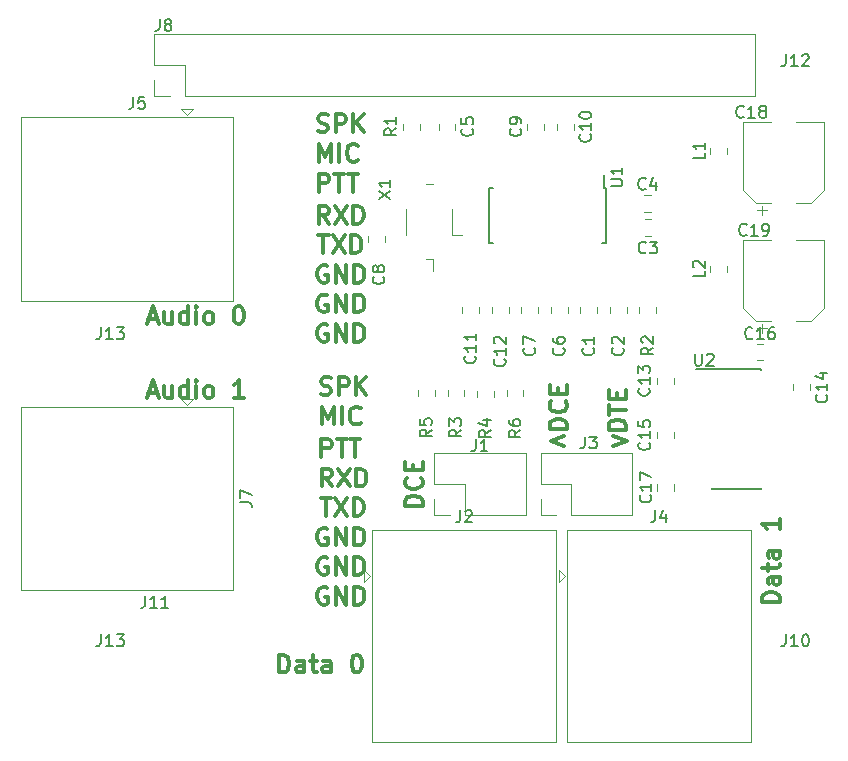
<source format=gbr>
G04 #@! TF.GenerationSoftware,KiCad,Pcbnew,(5.0.2)-1*
G04 #@! TF.CreationDate,2019-06-22T23:35:03-04:00*
G04 #@! TF.ProjectId,RPi-Ham,5250692d-4861-46d2-9e6b-696361645f70,rev?*
G04 #@! TF.SameCoordinates,Original*
G04 #@! TF.FileFunction,Legend,Top*
G04 #@! TF.FilePolarity,Positive*
%FSLAX46Y46*%
G04 Gerber Fmt 4.6, Leading zero omitted, Abs format (unit mm)*
G04 Created by KiCad (PCBNEW (5.0.2)-1) date 2019-06-22 23:35:03*
%MOMM*%
%LPD*%
G01*
G04 APERTURE LIST*
%ADD10C,0.300000*%
%ADD11C,0.120000*%
%ADD12C,0.150000*%
G04 APERTURE END LIST*
D10*
X107678571Y-78214285D02*
X106178571Y-78214285D01*
X106178571Y-77857142D01*
X106250000Y-77642857D01*
X106392857Y-77500000D01*
X106535714Y-77428571D01*
X106821428Y-77357142D01*
X107035714Y-77357142D01*
X107321428Y-77428571D01*
X107464285Y-77500000D01*
X107607142Y-77642857D01*
X107678571Y-77857142D01*
X107678571Y-78214285D01*
X107678571Y-76071428D02*
X106892857Y-76071428D01*
X106750000Y-76142857D01*
X106678571Y-76285714D01*
X106678571Y-76571428D01*
X106750000Y-76714285D01*
X107607142Y-76071428D02*
X107678571Y-76214285D01*
X107678571Y-76571428D01*
X107607142Y-76714285D01*
X107464285Y-76785714D01*
X107321428Y-76785714D01*
X107178571Y-76714285D01*
X107107142Y-76571428D01*
X107107142Y-76214285D01*
X107035714Y-76071428D01*
X106678571Y-75571428D02*
X106678571Y-75000000D01*
X106178571Y-75357142D02*
X107464285Y-75357142D01*
X107607142Y-75285714D01*
X107678571Y-75142857D01*
X107678571Y-75000000D01*
X107678571Y-73857142D02*
X106892857Y-73857142D01*
X106750000Y-73928571D01*
X106678571Y-74071428D01*
X106678571Y-74357142D01*
X106750000Y-74500000D01*
X107607142Y-73857142D02*
X107678571Y-74000000D01*
X107678571Y-74357142D01*
X107607142Y-74500000D01*
X107464285Y-74571428D01*
X107321428Y-74571428D01*
X107178571Y-74500000D01*
X107107142Y-74357142D01*
X107107142Y-74000000D01*
X107035714Y-73857142D01*
X107678571Y-71214285D02*
X107678571Y-72071428D01*
X107678571Y-71642857D02*
X106178571Y-71642857D01*
X106392857Y-71785714D01*
X106535714Y-71928571D01*
X106607142Y-72071428D01*
X65285714Y-84178571D02*
X65285714Y-82678571D01*
X65642857Y-82678571D01*
X65857142Y-82750000D01*
X66000000Y-82892857D01*
X66071428Y-83035714D01*
X66142857Y-83321428D01*
X66142857Y-83535714D01*
X66071428Y-83821428D01*
X66000000Y-83964285D01*
X65857142Y-84107142D01*
X65642857Y-84178571D01*
X65285714Y-84178571D01*
X67428571Y-84178571D02*
X67428571Y-83392857D01*
X67357142Y-83250000D01*
X67214285Y-83178571D01*
X66928571Y-83178571D01*
X66785714Y-83250000D01*
X67428571Y-84107142D02*
X67285714Y-84178571D01*
X66928571Y-84178571D01*
X66785714Y-84107142D01*
X66714285Y-83964285D01*
X66714285Y-83821428D01*
X66785714Y-83678571D01*
X66928571Y-83607142D01*
X67285714Y-83607142D01*
X67428571Y-83535714D01*
X67928571Y-83178571D02*
X68500000Y-83178571D01*
X68142857Y-82678571D02*
X68142857Y-83964285D01*
X68214285Y-84107142D01*
X68357142Y-84178571D01*
X68500000Y-84178571D01*
X69642857Y-84178571D02*
X69642857Y-83392857D01*
X69571428Y-83250000D01*
X69428571Y-83178571D01*
X69142857Y-83178571D01*
X69000000Y-83250000D01*
X69642857Y-84107142D02*
X69500000Y-84178571D01*
X69142857Y-84178571D01*
X69000000Y-84107142D01*
X68928571Y-83964285D01*
X68928571Y-83821428D01*
X69000000Y-83678571D01*
X69142857Y-83607142D01*
X69500000Y-83607142D01*
X69642857Y-83535714D01*
X71785714Y-82678571D02*
X71928571Y-82678571D01*
X72071428Y-82750000D01*
X72142857Y-82821428D01*
X72214285Y-82964285D01*
X72285714Y-83250000D01*
X72285714Y-83607142D01*
X72214285Y-83892857D01*
X72142857Y-84035714D01*
X72071428Y-84107142D01*
X71928571Y-84178571D01*
X71785714Y-84178571D01*
X71642857Y-84107142D01*
X71571428Y-84035714D01*
X71500000Y-83892857D01*
X71428571Y-83607142D01*
X71428571Y-83250000D01*
X71500000Y-82964285D01*
X71571428Y-82821428D01*
X71642857Y-82750000D01*
X71785714Y-82678571D01*
X54214285Y-60500000D02*
X54928571Y-60500000D01*
X54071428Y-60928571D02*
X54571428Y-59428571D01*
X55071428Y-60928571D01*
X56214285Y-59928571D02*
X56214285Y-60928571D01*
X55571428Y-59928571D02*
X55571428Y-60714285D01*
X55642857Y-60857142D01*
X55785714Y-60928571D01*
X56000000Y-60928571D01*
X56142857Y-60857142D01*
X56214285Y-60785714D01*
X57571428Y-60928571D02*
X57571428Y-59428571D01*
X57571428Y-60857142D02*
X57428571Y-60928571D01*
X57142857Y-60928571D01*
X57000000Y-60857142D01*
X56928571Y-60785714D01*
X56857142Y-60642857D01*
X56857142Y-60214285D01*
X56928571Y-60071428D01*
X57000000Y-60000000D01*
X57142857Y-59928571D01*
X57428571Y-59928571D01*
X57571428Y-60000000D01*
X58285714Y-60928571D02*
X58285714Y-59928571D01*
X58285714Y-59428571D02*
X58214285Y-59500000D01*
X58285714Y-59571428D01*
X58357142Y-59500000D01*
X58285714Y-59428571D01*
X58285714Y-59571428D01*
X59214285Y-60928571D02*
X59071428Y-60857142D01*
X59000000Y-60785714D01*
X58928571Y-60642857D01*
X58928571Y-60214285D01*
X59000000Y-60071428D01*
X59071428Y-60000000D01*
X59214285Y-59928571D01*
X59428571Y-59928571D01*
X59571428Y-60000000D01*
X59642857Y-60071428D01*
X59714285Y-60214285D01*
X59714285Y-60642857D01*
X59642857Y-60785714D01*
X59571428Y-60857142D01*
X59428571Y-60928571D01*
X59214285Y-60928571D01*
X62285714Y-60928571D02*
X61428571Y-60928571D01*
X61857142Y-60928571D02*
X61857142Y-59428571D01*
X61714285Y-59642857D01*
X61571428Y-59785714D01*
X61428571Y-59857142D01*
X54214285Y-54250000D02*
X54928571Y-54250000D01*
X54071428Y-54678571D02*
X54571428Y-53178571D01*
X55071428Y-54678571D01*
X56214285Y-53678571D02*
X56214285Y-54678571D01*
X55571428Y-53678571D02*
X55571428Y-54464285D01*
X55642857Y-54607142D01*
X55785714Y-54678571D01*
X56000000Y-54678571D01*
X56142857Y-54607142D01*
X56214285Y-54535714D01*
X57571428Y-54678571D02*
X57571428Y-53178571D01*
X57571428Y-54607142D02*
X57428571Y-54678571D01*
X57142857Y-54678571D01*
X57000000Y-54607142D01*
X56928571Y-54535714D01*
X56857142Y-54392857D01*
X56857142Y-53964285D01*
X56928571Y-53821428D01*
X57000000Y-53750000D01*
X57142857Y-53678571D01*
X57428571Y-53678571D01*
X57571428Y-53750000D01*
X58285714Y-54678571D02*
X58285714Y-53678571D01*
X58285714Y-53178571D02*
X58214285Y-53250000D01*
X58285714Y-53321428D01*
X58357142Y-53250000D01*
X58285714Y-53178571D01*
X58285714Y-53321428D01*
X59214285Y-54678571D02*
X59071428Y-54607142D01*
X59000000Y-54535714D01*
X58928571Y-54392857D01*
X58928571Y-53964285D01*
X59000000Y-53821428D01*
X59071428Y-53750000D01*
X59214285Y-53678571D01*
X59428571Y-53678571D01*
X59571428Y-53750000D01*
X59642857Y-53821428D01*
X59714285Y-53964285D01*
X59714285Y-54392857D01*
X59642857Y-54535714D01*
X59571428Y-54607142D01*
X59428571Y-54678571D01*
X59214285Y-54678571D01*
X61785714Y-53178571D02*
X61928571Y-53178571D01*
X62071428Y-53250000D01*
X62142857Y-53321428D01*
X62214285Y-53464285D01*
X62285714Y-53750000D01*
X62285714Y-54107142D01*
X62214285Y-54392857D01*
X62142857Y-54535714D01*
X62071428Y-54607142D01*
X61928571Y-54678571D01*
X61785714Y-54678571D01*
X61642857Y-54607142D01*
X61571428Y-54535714D01*
X61500000Y-54392857D01*
X61428571Y-54107142D01*
X61428571Y-53750000D01*
X61500000Y-53464285D01*
X61571428Y-53321428D01*
X61642857Y-53250000D01*
X61785714Y-53178571D01*
X77428571Y-70071428D02*
X75928571Y-70071428D01*
X75928571Y-69714285D01*
X76000000Y-69500000D01*
X76142857Y-69357142D01*
X76285714Y-69285714D01*
X76571428Y-69214285D01*
X76785714Y-69214285D01*
X77071428Y-69285714D01*
X77214285Y-69357142D01*
X77357142Y-69500000D01*
X77428571Y-69714285D01*
X77428571Y-70071428D01*
X77285714Y-67714285D02*
X77357142Y-67785714D01*
X77428571Y-68000000D01*
X77428571Y-68142857D01*
X77357142Y-68357142D01*
X77214285Y-68500000D01*
X77071428Y-68571428D01*
X76785714Y-68642857D01*
X76571428Y-68642857D01*
X76285714Y-68571428D01*
X76142857Y-68500000D01*
X76000000Y-68357142D01*
X75928571Y-68142857D01*
X75928571Y-68000000D01*
X76000000Y-67785714D01*
X76071428Y-67714285D01*
X76642857Y-67071428D02*
X76642857Y-66571428D01*
X77428571Y-66357142D02*
X77428571Y-67071428D01*
X75928571Y-67071428D01*
X75928571Y-66357142D01*
X89428571Y-64178571D02*
X88285714Y-64607142D01*
X89428571Y-65035714D01*
X93571428Y-64178571D02*
X94714285Y-64607142D01*
X93571428Y-65035714D01*
X69357142Y-77000000D02*
X69214285Y-76928571D01*
X69000000Y-76928571D01*
X68785714Y-77000000D01*
X68642857Y-77142857D01*
X68571428Y-77285714D01*
X68500000Y-77571428D01*
X68500000Y-77785714D01*
X68571428Y-78071428D01*
X68642857Y-78214285D01*
X68785714Y-78357142D01*
X69000000Y-78428571D01*
X69142857Y-78428571D01*
X69357142Y-78357142D01*
X69428571Y-78285714D01*
X69428571Y-77785714D01*
X69142857Y-77785714D01*
X70071428Y-78428571D02*
X70071428Y-76928571D01*
X70928571Y-78428571D01*
X70928571Y-76928571D01*
X71642857Y-78428571D02*
X71642857Y-76928571D01*
X72000000Y-76928571D01*
X72214285Y-77000000D01*
X72357142Y-77142857D01*
X72428571Y-77285714D01*
X72500000Y-77571428D01*
X72500000Y-77785714D01*
X72428571Y-78071428D01*
X72357142Y-78214285D01*
X72214285Y-78357142D01*
X72000000Y-78428571D01*
X71642857Y-78428571D01*
X69357142Y-74500000D02*
X69214285Y-74428571D01*
X69000000Y-74428571D01*
X68785714Y-74500000D01*
X68642857Y-74642857D01*
X68571428Y-74785714D01*
X68500000Y-75071428D01*
X68500000Y-75285714D01*
X68571428Y-75571428D01*
X68642857Y-75714285D01*
X68785714Y-75857142D01*
X69000000Y-75928571D01*
X69142857Y-75928571D01*
X69357142Y-75857142D01*
X69428571Y-75785714D01*
X69428571Y-75285714D01*
X69142857Y-75285714D01*
X70071428Y-75928571D02*
X70071428Y-74428571D01*
X70928571Y-75928571D01*
X70928571Y-74428571D01*
X71642857Y-75928571D02*
X71642857Y-74428571D01*
X72000000Y-74428571D01*
X72214285Y-74500000D01*
X72357142Y-74642857D01*
X72428571Y-74785714D01*
X72500000Y-75071428D01*
X72500000Y-75285714D01*
X72428571Y-75571428D01*
X72357142Y-75714285D01*
X72214285Y-75857142D01*
X72000000Y-75928571D01*
X71642857Y-75928571D01*
X69357142Y-72000000D02*
X69214285Y-71928571D01*
X69000000Y-71928571D01*
X68785714Y-72000000D01*
X68642857Y-72142857D01*
X68571428Y-72285714D01*
X68500000Y-72571428D01*
X68500000Y-72785714D01*
X68571428Y-73071428D01*
X68642857Y-73214285D01*
X68785714Y-73357142D01*
X69000000Y-73428571D01*
X69142857Y-73428571D01*
X69357142Y-73357142D01*
X69428571Y-73285714D01*
X69428571Y-72785714D01*
X69142857Y-72785714D01*
X70071428Y-73428571D02*
X70071428Y-71928571D01*
X70928571Y-73428571D01*
X70928571Y-71928571D01*
X71642857Y-73428571D02*
X71642857Y-71928571D01*
X72000000Y-71928571D01*
X72214285Y-72000000D01*
X72357142Y-72142857D01*
X72428571Y-72285714D01*
X72500000Y-72571428D01*
X72500000Y-72785714D01*
X72428571Y-73071428D01*
X72357142Y-73214285D01*
X72214285Y-73357142D01*
X72000000Y-73428571D01*
X71642857Y-73428571D01*
X94678571Y-63642857D02*
X93178571Y-63642857D01*
X93178571Y-63285714D01*
X93250000Y-63071428D01*
X93392857Y-62928571D01*
X93535714Y-62857142D01*
X93821428Y-62785714D01*
X94035714Y-62785714D01*
X94321428Y-62857142D01*
X94464285Y-62928571D01*
X94607142Y-63071428D01*
X94678571Y-63285714D01*
X94678571Y-63642857D01*
X93178571Y-62357142D02*
X93178571Y-61500000D01*
X94678571Y-61928571D02*
X93178571Y-61928571D01*
X93892857Y-61000000D02*
X93892857Y-60500000D01*
X94678571Y-60285714D02*
X94678571Y-61000000D01*
X93178571Y-61000000D01*
X93178571Y-60285714D01*
X89678571Y-63571428D02*
X88178571Y-63571428D01*
X88178571Y-63214285D01*
X88250000Y-63000000D01*
X88392857Y-62857142D01*
X88535714Y-62785714D01*
X88821428Y-62714285D01*
X89035714Y-62714285D01*
X89321428Y-62785714D01*
X89464285Y-62857142D01*
X89607142Y-63000000D01*
X89678571Y-63214285D01*
X89678571Y-63571428D01*
X89535714Y-61214285D02*
X89607142Y-61285714D01*
X89678571Y-61500000D01*
X89678571Y-61642857D01*
X89607142Y-61857142D01*
X89464285Y-62000000D01*
X89321428Y-62071428D01*
X89035714Y-62142857D01*
X88821428Y-62142857D01*
X88535714Y-62071428D01*
X88392857Y-62000000D01*
X88250000Y-61857142D01*
X88178571Y-61642857D01*
X88178571Y-61500000D01*
X88250000Y-61285714D01*
X88321428Y-61214285D01*
X88892857Y-60571428D02*
X88892857Y-60071428D01*
X89678571Y-59857142D02*
X89678571Y-60571428D01*
X88178571Y-60571428D01*
X88178571Y-59857142D01*
X68821428Y-60607142D02*
X69035714Y-60678571D01*
X69392857Y-60678571D01*
X69535714Y-60607142D01*
X69607142Y-60535714D01*
X69678571Y-60392857D01*
X69678571Y-60250000D01*
X69607142Y-60107142D01*
X69535714Y-60035714D01*
X69392857Y-59964285D01*
X69107142Y-59892857D01*
X68964285Y-59821428D01*
X68892857Y-59750000D01*
X68821428Y-59607142D01*
X68821428Y-59464285D01*
X68892857Y-59321428D01*
X68964285Y-59250000D01*
X69107142Y-59178571D01*
X69464285Y-59178571D01*
X69678571Y-59250000D01*
X70321428Y-60678571D02*
X70321428Y-59178571D01*
X70892857Y-59178571D01*
X71035714Y-59250000D01*
X71107142Y-59321428D01*
X71178571Y-59464285D01*
X71178571Y-59678571D01*
X71107142Y-59821428D01*
X71035714Y-59892857D01*
X70892857Y-59964285D01*
X70321428Y-59964285D01*
X71821428Y-60678571D02*
X71821428Y-59178571D01*
X72678571Y-60678571D02*
X72035714Y-59821428D01*
X72678571Y-59178571D02*
X71821428Y-60035714D01*
X68807142Y-69428571D02*
X69664285Y-69428571D01*
X69235714Y-70928571D02*
X69235714Y-69428571D01*
X70021428Y-69428571D02*
X71021428Y-70928571D01*
X71021428Y-69428571D02*
X70021428Y-70928571D01*
X71592857Y-70928571D02*
X71592857Y-69428571D01*
X71950000Y-69428571D01*
X72164285Y-69500000D01*
X72307142Y-69642857D01*
X72378571Y-69785714D01*
X72450000Y-70071428D01*
X72450000Y-70285714D01*
X72378571Y-70571428D01*
X72307142Y-70714285D01*
X72164285Y-70857142D01*
X71950000Y-70928571D01*
X71592857Y-70928571D01*
X68864285Y-65928571D02*
X68864285Y-64428571D01*
X69435714Y-64428571D01*
X69578571Y-64500000D01*
X69650000Y-64571428D01*
X69721428Y-64714285D01*
X69721428Y-64928571D01*
X69650000Y-65071428D01*
X69578571Y-65142857D01*
X69435714Y-65214285D01*
X68864285Y-65214285D01*
X70150000Y-64428571D02*
X71007142Y-64428571D01*
X70578571Y-65928571D02*
X70578571Y-64428571D01*
X71292857Y-64428571D02*
X72150000Y-64428571D01*
X71721428Y-65928571D02*
X71721428Y-64428571D01*
X69750000Y-68428571D02*
X69250000Y-67714285D01*
X68892857Y-68428571D02*
X68892857Y-66928571D01*
X69464285Y-66928571D01*
X69607142Y-67000000D01*
X69678571Y-67071428D01*
X69750000Y-67214285D01*
X69750000Y-67428571D01*
X69678571Y-67571428D01*
X69607142Y-67642857D01*
X69464285Y-67714285D01*
X68892857Y-67714285D01*
X70250000Y-66928571D02*
X71250000Y-68428571D01*
X71250000Y-66928571D02*
X70250000Y-68428571D01*
X71821428Y-68428571D02*
X71821428Y-66928571D01*
X72178571Y-66928571D01*
X72392857Y-67000000D01*
X72535714Y-67142857D01*
X72607142Y-67285714D01*
X72678571Y-67571428D01*
X72678571Y-67785714D01*
X72607142Y-68071428D01*
X72535714Y-68214285D01*
X72392857Y-68357142D01*
X72178571Y-68428571D01*
X71821428Y-68428571D01*
X68892857Y-63178571D02*
X68892857Y-61678571D01*
X69392857Y-62750000D01*
X69892857Y-61678571D01*
X69892857Y-63178571D01*
X70607142Y-63178571D02*
X70607142Y-61678571D01*
X72178571Y-63035714D02*
X72107142Y-63107142D01*
X71892857Y-63178571D01*
X71750000Y-63178571D01*
X71535714Y-63107142D01*
X71392857Y-62964285D01*
X71321428Y-62821428D01*
X71250000Y-62535714D01*
X71250000Y-62321428D01*
X71321428Y-62035714D01*
X71392857Y-61892857D01*
X71535714Y-61750000D01*
X71750000Y-61678571D01*
X71892857Y-61678571D01*
X72107142Y-61750000D01*
X72178571Y-61821428D01*
X69357142Y-54750000D02*
X69214285Y-54678571D01*
X69000000Y-54678571D01*
X68785714Y-54750000D01*
X68642857Y-54892857D01*
X68571428Y-55035714D01*
X68500000Y-55321428D01*
X68500000Y-55535714D01*
X68571428Y-55821428D01*
X68642857Y-55964285D01*
X68785714Y-56107142D01*
X69000000Y-56178571D01*
X69142857Y-56178571D01*
X69357142Y-56107142D01*
X69428571Y-56035714D01*
X69428571Y-55535714D01*
X69142857Y-55535714D01*
X70071428Y-56178571D02*
X70071428Y-54678571D01*
X70928571Y-56178571D01*
X70928571Y-54678571D01*
X71642857Y-56178571D02*
X71642857Y-54678571D01*
X72000000Y-54678571D01*
X72214285Y-54750000D01*
X72357142Y-54892857D01*
X72428571Y-55035714D01*
X72500000Y-55321428D01*
X72500000Y-55535714D01*
X72428571Y-55821428D01*
X72357142Y-55964285D01*
X72214285Y-56107142D01*
X72000000Y-56178571D01*
X71642857Y-56178571D01*
X69357142Y-52250000D02*
X69214285Y-52178571D01*
X69000000Y-52178571D01*
X68785714Y-52250000D01*
X68642857Y-52392857D01*
X68571428Y-52535714D01*
X68500000Y-52821428D01*
X68500000Y-53035714D01*
X68571428Y-53321428D01*
X68642857Y-53464285D01*
X68785714Y-53607142D01*
X69000000Y-53678571D01*
X69142857Y-53678571D01*
X69357142Y-53607142D01*
X69428571Y-53535714D01*
X69428571Y-53035714D01*
X69142857Y-53035714D01*
X70071428Y-53678571D02*
X70071428Y-52178571D01*
X70928571Y-53678571D01*
X70928571Y-52178571D01*
X71642857Y-53678571D02*
X71642857Y-52178571D01*
X72000000Y-52178571D01*
X72214285Y-52250000D01*
X72357142Y-52392857D01*
X72428571Y-52535714D01*
X72500000Y-52821428D01*
X72500000Y-53035714D01*
X72428571Y-53321428D01*
X72357142Y-53464285D01*
X72214285Y-53607142D01*
X72000000Y-53678571D01*
X71642857Y-53678571D01*
X69357142Y-49750000D02*
X69214285Y-49678571D01*
X69000000Y-49678571D01*
X68785714Y-49750000D01*
X68642857Y-49892857D01*
X68571428Y-50035714D01*
X68500000Y-50321428D01*
X68500000Y-50535714D01*
X68571428Y-50821428D01*
X68642857Y-50964285D01*
X68785714Y-51107142D01*
X69000000Y-51178571D01*
X69142857Y-51178571D01*
X69357142Y-51107142D01*
X69428571Y-51035714D01*
X69428571Y-50535714D01*
X69142857Y-50535714D01*
X70071428Y-51178571D02*
X70071428Y-49678571D01*
X70928571Y-51178571D01*
X70928571Y-49678571D01*
X71642857Y-51178571D02*
X71642857Y-49678571D01*
X72000000Y-49678571D01*
X72214285Y-49750000D01*
X72357142Y-49892857D01*
X72428571Y-50035714D01*
X72500000Y-50321428D01*
X72500000Y-50535714D01*
X72428571Y-50821428D01*
X72357142Y-50964285D01*
X72214285Y-51107142D01*
X72000000Y-51178571D01*
X71642857Y-51178571D01*
X68607142Y-47178571D02*
X69464285Y-47178571D01*
X69035714Y-48678571D02*
X69035714Y-47178571D01*
X69821428Y-47178571D02*
X70821428Y-48678571D01*
X70821428Y-47178571D02*
X69821428Y-48678571D01*
X71392857Y-48678571D02*
X71392857Y-47178571D01*
X71750000Y-47178571D01*
X71964285Y-47250000D01*
X72107142Y-47392857D01*
X72178571Y-47535714D01*
X72250000Y-47821428D01*
X72250000Y-48035714D01*
X72178571Y-48321428D01*
X72107142Y-48464285D01*
X71964285Y-48607142D01*
X71750000Y-48678571D01*
X71392857Y-48678571D01*
X69500000Y-46178571D02*
X69000000Y-45464285D01*
X68642857Y-46178571D02*
X68642857Y-44678571D01*
X69214285Y-44678571D01*
X69357142Y-44750000D01*
X69428571Y-44821428D01*
X69500000Y-44964285D01*
X69500000Y-45178571D01*
X69428571Y-45321428D01*
X69357142Y-45392857D01*
X69214285Y-45464285D01*
X68642857Y-45464285D01*
X70000000Y-44678571D02*
X71000000Y-46178571D01*
X71000000Y-44678571D02*
X70000000Y-46178571D01*
X71571428Y-46178571D02*
X71571428Y-44678571D01*
X71928571Y-44678571D01*
X72142857Y-44750000D01*
X72285714Y-44892857D01*
X72357142Y-45035714D01*
X72428571Y-45321428D01*
X72428571Y-45535714D01*
X72357142Y-45821428D01*
X72285714Y-45964285D01*
X72142857Y-46107142D01*
X71928571Y-46178571D01*
X71571428Y-46178571D01*
X68664285Y-43478571D02*
X68664285Y-41978571D01*
X69235714Y-41978571D01*
X69378571Y-42050000D01*
X69450000Y-42121428D01*
X69521428Y-42264285D01*
X69521428Y-42478571D01*
X69450000Y-42621428D01*
X69378571Y-42692857D01*
X69235714Y-42764285D01*
X68664285Y-42764285D01*
X69950000Y-41978571D02*
X70807142Y-41978571D01*
X70378571Y-43478571D02*
X70378571Y-41978571D01*
X71092857Y-41978571D02*
X71950000Y-41978571D01*
X71521428Y-43478571D02*
X71521428Y-41978571D01*
X68642857Y-40928571D02*
X68642857Y-39428571D01*
X69142857Y-40500000D01*
X69642857Y-39428571D01*
X69642857Y-40928571D01*
X70357142Y-40928571D02*
X70357142Y-39428571D01*
X71928571Y-40785714D02*
X71857142Y-40857142D01*
X71642857Y-40928571D01*
X71500000Y-40928571D01*
X71285714Y-40857142D01*
X71142857Y-40714285D01*
X71071428Y-40571428D01*
X71000000Y-40285714D01*
X71000000Y-40071428D01*
X71071428Y-39785714D01*
X71142857Y-39642857D01*
X71285714Y-39500000D01*
X71500000Y-39428571D01*
X71642857Y-39428571D01*
X71857142Y-39500000D01*
X71928571Y-39571428D01*
X68571428Y-38357142D02*
X68785714Y-38428571D01*
X69142857Y-38428571D01*
X69285714Y-38357142D01*
X69357142Y-38285714D01*
X69428571Y-38142857D01*
X69428571Y-38000000D01*
X69357142Y-37857142D01*
X69285714Y-37785714D01*
X69142857Y-37714285D01*
X68857142Y-37642857D01*
X68714285Y-37571428D01*
X68642857Y-37500000D01*
X68571428Y-37357142D01*
X68571428Y-37214285D01*
X68642857Y-37071428D01*
X68714285Y-37000000D01*
X68857142Y-36928571D01*
X69214285Y-36928571D01*
X69428571Y-37000000D01*
X70071428Y-38428571D02*
X70071428Y-36928571D01*
X70642857Y-36928571D01*
X70785714Y-37000000D01*
X70857142Y-37071428D01*
X70928571Y-37214285D01*
X70928571Y-37428571D01*
X70857142Y-37571428D01*
X70785714Y-37642857D01*
X70642857Y-37714285D01*
X70071428Y-37714285D01*
X71571428Y-38428571D02*
X71571428Y-36928571D01*
X72428571Y-38428571D02*
X71785714Y-37571428D01*
X72428571Y-36928571D02*
X71571428Y-37785714D01*
D11*
G04 #@! TO.C,J2*
X73185000Y-72120000D02*
X73185000Y-90080000D01*
X88705000Y-72120000D02*
X73185000Y-72120000D01*
X88705000Y-72120000D02*
X88705000Y-90080000D01*
X73185000Y-90080000D02*
X88705000Y-90080000D01*
X73000000Y-76000000D02*
X72500000Y-75500000D01*
X72500000Y-75500000D02*
X72500000Y-76500000D01*
X72500000Y-76500000D02*
X73000000Y-76000000D01*
G04 #@! TO.C,J4*
X89000000Y-76500000D02*
X89500000Y-76000000D01*
X89000000Y-75500000D02*
X89000000Y-76500000D01*
X89500000Y-76000000D02*
X89000000Y-75500000D01*
X89685000Y-90080000D02*
X105205000Y-90080000D01*
X105205000Y-72120000D02*
X105205000Y-90080000D01*
X105205000Y-72120000D02*
X89685000Y-72120000D01*
X89685000Y-72120000D02*
X89685000Y-90080000D01*
G04 #@! TO.C,C1*
X90790000Y-53263748D02*
X90790000Y-53786252D01*
X92210000Y-53263748D02*
X92210000Y-53786252D01*
G04 #@! TO.C,C2*
X93290000Y-53263748D02*
X93290000Y-53786252D01*
X94710000Y-53263748D02*
X94710000Y-53786252D01*
G04 #@! TO.C,C3*
X96263748Y-45790000D02*
X96786252Y-45790000D01*
X96263748Y-47210000D02*
X96786252Y-47210000D01*
G04 #@! TO.C,C4*
X96213748Y-43790000D02*
X96736252Y-43790000D01*
X96213748Y-45210000D02*
X96736252Y-45210000D01*
G04 #@! TO.C,C5*
X80210000Y-37713748D02*
X80210000Y-38236252D01*
X78790000Y-37713748D02*
X78790000Y-38236252D01*
G04 #@! TO.C,C6*
X89710000Y-53263748D02*
X89710000Y-53786252D01*
X88290000Y-53263748D02*
X88290000Y-53786252D01*
G04 #@! TO.C,C7*
X85790000Y-53263748D02*
X85790000Y-53786252D01*
X87210000Y-53263748D02*
X87210000Y-53786252D01*
G04 #@! TO.C,C8*
X74210000Y-47736252D02*
X74210000Y-47213748D01*
X72790000Y-47736252D02*
X72790000Y-47213748D01*
G04 #@! TO.C,C9*
X87710000Y-38236252D02*
X87710000Y-37713748D01*
X86290000Y-38236252D02*
X86290000Y-37713748D01*
G04 #@! TO.C,C10*
X88790000Y-38236252D02*
X88790000Y-37713748D01*
X90210000Y-38236252D02*
X90210000Y-37713748D01*
G04 #@! TO.C,C11*
X80790000Y-53263748D02*
X80790000Y-53786252D01*
X82210000Y-53263748D02*
X82210000Y-53786252D01*
G04 #@! TO.C,C12*
X84710000Y-53263748D02*
X84710000Y-53786252D01*
X83290000Y-53263748D02*
X83290000Y-53786252D01*
G04 #@! TO.C,C13*
X98710000Y-59213748D02*
X98710000Y-59736252D01*
X97290000Y-59213748D02*
X97290000Y-59736252D01*
G04 #@! TO.C,C14*
X108790000Y-60286252D02*
X108790000Y-59763748D01*
X110210000Y-60286252D02*
X110210000Y-59763748D01*
G04 #@! TO.C,C15*
X98710000Y-63813748D02*
X98710000Y-64336252D01*
X97290000Y-63813748D02*
X97290000Y-64336252D01*
G04 #@! TO.C,C16*
X106236252Y-56340000D02*
X105713748Y-56340000D01*
X106236252Y-57760000D02*
X105713748Y-57760000D01*
G04 #@! TO.C,C17*
X98710000Y-68786252D02*
X98710000Y-68263748D01*
X97290000Y-68786252D02*
X97290000Y-68263748D01*
G04 #@! TO.C,C18*
X111410000Y-37590000D02*
X109060000Y-37590000D01*
X104590000Y-37590000D02*
X106940000Y-37590000D01*
X104590000Y-43345563D02*
X104590000Y-37590000D01*
X111410000Y-43345563D02*
X111410000Y-37590000D01*
X110345563Y-44410000D02*
X109060000Y-44410000D01*
X105654437Y-44410000D02*
X106940000Y-44410000D01*
X105654437Y-44410000D02*
X104590000Y-43345563D01*
X110345563Y-44410000D02*
X111410000Y-43345563D01*
X106152500Y-45437500D02*
X106152500Y-44650000D01*
X105758750Y-45043750D02*
X106546250Y-45043750D01*
G04 #@! TO.C,C19*
X111410000Y-47590000D02*
X109060000Y-47590000D01*
X104590000Y-47590000D02*
X106940000Y-47590000D01*
X104590000Y-53345563D02*
X104590000Y-47590000D01*
X111410000Y-53345563D02*
X111410000Y-47590000D01*
X110345563Y-54410000D02*
X109060000Y-54410000D01*
X105654437Y-54410000D02*
X106940000Y-54410000D01*
X105654437Y-54410000D02*
X104590000Y-53345563D01*
X110345563Y-54410000D02*
X111410000Y-53345563D01*
X106152500Y-55437500D02*
X106152500Y-54650000D01*
X105758750Y-55043750D02*
X106546250Y-55043750D01*
G04 #@! TO.C,J5*
X57000000Y-36500000D02*
X57500000Y-37000000D01*
X58000000Y-36500000D02*
X57000000Y-36500000D01*
X57500000Y-37000000D02*
X58000000Y-36500000D01*
X43420000Y-37185000D02*
X43420000Y-52705000D01*
X61380000Y-52705000D02*
X43420000Y-52705000D01*
X61380000Y-52705000D02*
X61380000Y-37185000D01*
X61380000Y-37185000D02*
X43420000Y-37185000D01*
G04 #@! TO.C,J7*
X57000000Y-61000000D02*
X57500000Y-61500000D01*
X58000000Y-61000000D02*
X57000000Y-61000000D01*
X57500000Y-61500000D02*
X58000000Y-61000000D01*
X43420000Y-61685000D02*
X43420000Y-77205000D01*
X61380000Y-77205000D02*
X43420000Y-77205000D01*
X61380000Y-77205000D02*
X61380000Y-61685000D01*
X61380000Y-61685000D02*
X43420000Y-61685000D01*
G04 #@! TO.C,J8*
X54670000Y-35330000D02*
X54670000Y-34000000D01*
X56000000Y-35330000D02*
X54670000Y-35330000D01*
X54670000Y-32730000D02*
X54670000Y-30130000D01*
X57270000Y-32730000D02*
X54670000Y-32730000D01*
X57270000Y-35330000D02*
X57270000Y-32730000D01*
X54670000Y-30130000D02*
X105590000Y-30130000D01*
X57270000Y-35330000D02*
X105590000Y-35330000D01*
X105590000Y-35330000D02*
X105590000Y-30130000D01*
G04 #@! TO.C,L1*
X103210000Y-40261252D02*
X103210000Y-39738748D01*
X101790000Y-40261252D02*
X101790000Y-39738748D01*
G04 #@! TO.C,L2*
X101790000Y-50261252D02*
X101790000Y-49738748D01*
X103210000Y-50261252D02*
X103210000Y-49738748D01*
G04 #@! TO.C,R1*
X75790000Y-37713748D02*
X75790000Y-38236252D01*
X77210000Y-37713748D02*
X77210000Y-38236252D01*
G04 #@! TO.C,R2*
X97210000Y-53263748D02*
X97210000Y-53786252D01*
X95790000Y-53263748D02*
X95790000Y-53786252D01*
G04 #@! TO.C,R3*
X79540000Y-60786252D02*
X79540000Y-60263748D01*
X80960000Y-60786252D02*
X80960000Y-60263748D01*
G04 #@! TO.C,R4*
X82040000Y-60313748D02*
X82040000Y-60836252D01*
X83460000Y-60313748D02*
X83460000Y-60836252D01*
G04 #@! TO.C,R5*
X77040000Y-60263748D02*
X77040000Y-60786252D01*
X78460000Y-60263748D02*
X78460000Y-60786252D01*
G04 #@! TO.C,R6*
X84540000Y-60786252D02*
X84540000Y-60263748D01*
X85960000Y-60786252D02*
X85960000Y-60263748D01*
D12*
G04 #@! TO.C,U1*
X92975000Y-43175000D02*
X92750000Y-43175000D01*
X92975000Y-47825000D02*
X92650000Y-47825000D01*
X83025000Y-47825000D02*
X83350000Y-47825000D01*
X83025000Y-43175000D02*
X83350000Y-43175000D01*
X92975000Y-43175000D02*
X92975000Y-47825000D01*
X83025000Y-43175000D02*
X83025000Y-47825000D01*
X92750000Y-43175000D02*
X92750000Y-42100000D01*
G04 #@! TO.C,U2*
X101925000Y-58475000D02*
X101925000Y-58500000D01*
X106075000Y-58475000D02*
X106075000Y-58580000D01*
X106075000Y-68625000D02*
X106075000Y-68520000D01*
X101925000Y-68625000D02*
X101925000Y-68520000D01*
X101925000Y-58475000D02*
X106075000Y-58475000D01*
X101925000Y-68625000D02*
X106075000Y-68625000D01*
X101925000Y-58500000D02*
X100550000Y-58500000D01*
D11*
G04 #@! TO.C,X1*
X78300000Y-50200000D02*
X78300000Y-49200000D01*
X78300000Y-49200000D02*
X77700000Y-49200000D01*
X77700000Y-42800000D02*
X78300000Y-42800000D01*
X76050000Y-47100000D02*
X76050000Y-44900000D01*
X79950000Y-44900000D02*
X79950000Y-47100000D01*
X79950000Y-47100000D02*
X80800000Y-47100000D01*
G04 #@! TO.C,J1*
X78420000Y-70830000D02*
X78420000Y-69500000D01*
X79750000Y-70830000D02*
X78420000Y-70830000D01*
X78420000Y-68230000D02*
X78420000Y-65630000D01*
X81020000Y-68230000D02*
X78420000Y-68230000D01*
X81020000Y-70830000D02*
X81020000Y-68230000D01*
X78420000Y-65630000D02*
X86160000Y-65630000D01*
X81020000Y-70830000D02*
X86160000Y-70830000D01*
X86160000Y-70830000D02*
X86160000Y-65630000D01*
G04 #@! TO.C,J3*
X95160000Y-70830000D02*
X95160000Y-65630000D01*
X90020000Y-70830000D02*
X95160000Y-70830000D01*
X87420000Y-65630000D02*
X95160000Y-65630000D01*
X90020000Y-70830000D02*
X90020000Y-68230000D01*
X90020000Y-68230000D02*
X87420000Y-68230000D01*
X87420000Y-68230000D02*
X87420000Y-65630000D01*
X88750000Y-70830000D02*
X87420000Y-70830000D01*
X87420000Y-70830000D02*
X87420000Y-69500000D01*
G04 #@! TO.C,J13*
D12*
X50190476Y-54952380D02*
X50190476Y-55666666D01*
X50142857Y-55809523D01*
X50047619Y-55904761D01*
X49904761Y-55952380D01*
X49809523Y-55952380D01*
X51190476Y-55952380D02*
X50619047Y-55952380D01*
X50904761Y-55952380D02*
X50904761Y-54952380D01*
X50809523Y-55095238D01*
X50714285Y-55190476D01*
X50619047Y-55238095D01*
X51523809Y-54952380D02*
X52142857Y-54952380D01*
X51809523Y-55333333D01*
X51952380Y-55333333D01*
X52047619Y-55380952D01*
X52095238Y-55428571D01*
X52142857Y-55523809D01*
X52142857Y-55761904D01*
X52095238Y-55857142D01*
X52047619Y-55904761D01*
X51952380Y-55952380D01*
X51666666Y-55952380D01*
X51571428Y-55904761D01*
X51523809Y-55857142D01*
G04 #@! TO.C,J2*
X80611666Y-70452380D02*
X80611666Y-71166666D01*
X80564047Y-71309523D01*
X80468809Y-71404761D01*
X80325952Y-71452380D01*
X80230714Y-71452380D01*
X81040238Y-70547619D02*
X81087857Y-70500000D01*
X81183095Y-70452380D01*
X81421190Y-70452380D01*
X81516428Y-70500000D01*
X81564047Y-70547619D01*
X81611666Y-70642857D01*
X81611666Y-70738095D01*
X81564047Y-70880952D01*
X80992619Y-71452380D01*
X81611666Y-71452380D01*
G04 #@! TO.C,J4*
X97111666Y-70452380D02*
X97111666Y-71166666D01*
X97064047Y-71309523D01*
X96968809Y-71404761D01*
X96825952Y-71452380D01*
X96730714Y-71452380D01*
X98016428Y-70785714D02*
X98016428Y-71452380D01*
X97778333Y-70404761D02*
X97540238Y-71119047D01*
X98159285Y-71119047D01*
G04 #@! TO.C,J12*
X108190476Y-31852380D02*
X108190476Y-32566666D01*
X108142857Y-32709523D01*
X108047619Y-32804761D01*
X107904761Y-32852380D01*
X107809523Y-32852380D01*
X109190476Y-32852380D02*
X108619047Y-32852380D01*
X108904761Y-32852380D02*
X108904761Y-31852380D01*
X108809523Y-31995238D01*
X108714285Y-32090476D01*
X108619047Y-32138095D01*
X109571428Y-31947619D02*
X109619047Y-31900000D01*
X109714285Y-31852380D01*
X109952380Y-31852380D01*
X110047619Y-31900000D01*
X110095238Y-31947619D01*
X110142857Y-32042857D01*
X110142857Y-32138095D01*
X110095238Y-32280952D01*
X109523809Y-32852380D01*
X110142857Y-32852380D01*
G04 #@! TO.C,J13*
X50190476Y-80952380D02*
X50190476Y-81666666D01*
X50142857Y-81809523D01*
X50047619Y-81904761D01*
X49904761Y-81952380D01*
X49809523Y-81952380D01*
X51190476Y-81952380D02*
X50619047Y-81952380D01*
X50904761Y-81952380D02*
X50904761Y-80952380D01*
X50809523Y-81095238D01*
X50714285Y-81190476D01*
X50619047Y-81238095D01*
X51523809Y-80952380D02*
X52142857Y-80952380D01*
X51809523Y-81333333D01*
X51952380Y-81333333D01*
X52047619Y-81380952D01*
X52095238Y-81428571D01*
X52142857Y-81523809D01*
X52142857Y-81761904D01*
X52095238Y-81857142D01*
X52047619Y-81904761D01*
X51952380Y-81952380D01*
X51666666Y-81952380D01*
X51571428Y-81904761D01*
X51523809Y-81857142D01*
G04 #@! TO.C,J10*
X108190476Y-80952380D02*
X108190476Y-81666666D01*
X108142857Y-81809523D01*
X108047619Y-81904761D01*
X107904761Y-81952380D01*
X107809523Y-81952380D01*
X109190476Y-81952380D02*
X108619047Y-81952380D01*
X108904761Y-81952380D02*
X108904761Y-80952380D01*
X108809523Y-81095238D01*
X108714285Y-81190476D01*
X108619047Y-81238095D01*
X109809523Y-80952380D02*
X109904761Y-80952380D01*
X110000000Y-81000000D01*
X110047619Y-81047619D01*
X110095238Y-81142857D01*
X110142857Y-81333333D01*
X110142857Y-81571428D01*
X110095238Y-81761904D01*
X110047619Y-81857142D01*
X110000000Y-81904761D01*
X109904761Y-81952380D01*
X109809523Y-81952380D01*
X109714285Y-81904761D01*
X109666666Y-81857142D01*
X109619047Y-81761904D01*
X109571428Y-81571428D01*
X109571428Y-81333333D01*
X109619047Y-81142857D01*
X109666666Y-81047619D01*
X109714285Y-81000000D01*
X109809523Y-80952380D01*
G04 #@! TO.C,J11*
X53940476Y-77702380D02*
X53940476Y-78416666D01*
X53892857Y-78559523D01*
X53797619Y-78654761D01*
X53654761Y-78702380D01*
X53559523Y-78702380D01*
X54940476Y-78702380D02*
X54369047Y-78702380D01*
X54654761Y-78702380D02*
X54654761Y-77702380D01*
X54559523Y-77845238D01*
X54464285Y-77940476D01*
X54369047Y-77988095D01*
X55892857Y-78702380D02*
X55321428Y-78702380D01*
X55607142Y-78702380D02*
X55607142Y-77702380D01*
X55511904Y-77845238D01*
X55416666Y-77940476D01*
X55321428Y-77988095D01*
G04 #@! TO.C,C1*
X91857142Y-56716666D02*
X91904761Y-56764285D01*
X91952380Y-56907142D01*
X91952380Y-57002380D01*
X91904761Y-57145238D01*
X91809523Y-57240476D01*
X91714285Y-57288095D01*
X91523809Y-57335714D01*
X91380952Y-57335714D01*
X91190476Y-57288095D01*
X91095238Y-57240476D01*
X91000000Y-57145238D01*
X90952380Y-57002380D01*
X90952380Y-56907142D01*
X91000000Y-56764285D01*
X91047619Y-56716666D01*
X91952380Y-55764285D02*
X91952380Y-56335714D01*
X91952380Y-56050000D02*
X90952380Y-56050000D01*
X91095238Y-56145238D01*
X91190476Y-56240476D01*
X91238095Y-56335714D01*
G04 #@! TO.C,C2*
X94357142Y-56691666D02*
X94404761Y-56739285D01*
X94452380Y-56882142D01*
X94452380Y-56977380D01*
X94404761Y-57120238D01*
X94309523Y-57215476D01*
X94214285Y-57263095D01*
X94023809Y-57310714D01*
X93880952Y-57310714D01*
X93690476Y-57263095D01*
X93595238Y-57215476D01*
X93500000Y-57120238D01*
X93452380Y-56977380D01*
X93452380Y-56882142D01*
X93500000Y-56739285D01*
X93547619Y-56691666D01*
X93547619Y-56310714D02*
X93500000Y-56263095D01*
X93452380Y-56167857D01*
X93452380Y-55929761D01*
X93500000Y-55834523D01*
X93547619Y-55786904D01*
X93642857Y-55739285D01*
X93738095Y-55739285D01*
X93880952Y-55786904D01*
X94452380Y-56358333D01*
X94452380Y-55739285D01*
G04 #@! TO.C,C3*
X96333333Y-48607142D02*
X96285714Y-48654761D01*
X96142857Y-48702380D01*
X96047619Y-48702380D01*
X95904761Y-48654761D01*
X95809523Y-48559523D01*
X95761904Y-48464285D01*
X95714285Y-48273809D01*
X95714285Y-48130952D01*
X95761904Y-47940476D01*
X95809523Y-47845238D01*
X95904761Y-47750000D01*
X96047619Y-47702380D01*
X96142857Y-47702380D01*
X96285714Y-47750000D01*
X96333333Y-47797619D01*
X96666666Y-47702380D02*
X97285714Y-47702380D01*
X96952380Y-48083333D01*
X97095238Y-48083333D01*
X97190476Y-48130952D01*
X97238095Y-48178571D01*
X97285714Y-48273809D01*
X97285714Y-48511904D01*
X97238095Y-48607142D01*
X97190476Y-48654761D01*
X97095238Y-48702380D01*
X96809523Y-48702380D01*
X96714285Y-48654761D01*
X96666666Y-48607142D01*
G04 #@! TO.C,C4*
X96308333Y-43207142D02*
X96260714Y-43254761D01*
X96117857Y-43302380D01*
X96022619Y-43302380D01*
X95879761Y-43254761D01*
X95784523Y-43159523D01*
X95736904Y-43064285D01*
X95689285Y-42873809D01*
X95689285Y-42730952D01*
X95736904Y-42540476D01*
X95784523Y-42445238D01*
X95879761Y-42350000D01*
X96022619Y-42302380D01*
X96117857Y-42302380D01*
X96260714Y-42350000D01*
X96308333Y-42397619D01*
X97165476Y-42635714D02*
X97165476Y-43302380D01*
X96927380Y-42254761D02*
X96689285Y-42969047D01*
X97308333Y-42969047D01*
G04 #@! TO.C,C5*
X81607142Y-38141666D02*
X81654761Y-38189285D01*
X81702380Y-38332142D01*
X81702380Y-38427380D01*
X81654761Y-38570238D01*
X81559523Y-38665476D01*
X81464285Y-38713095D01*
X81273809Y-38760714D01*
X81130952Y-38760714D01*
X80940476Y-38713095D01*
X80845238Y-38665476D01*
X80750000Y-38570238D01*
X80702380Y-38427380D01*
X80702380Y-38332142D01*
X80750000Y-38189285D01*
X80797619Y-38141666D01*
X80702380Y-37236904D02*
X80702380Y-37713095D01*
X81178571Y-37760714D01*
X81130952Y-37713095D01*
X81083333Y-37617857D01*
X81083333Y-37379761D01*
X81130952Y-37284523D01*
X81178571Y-37236904D01*
X81273809Y-37189285D01*
X81511904Y-37189285D01*
X81607142Y-37236904D01*
X81654761Y-37284523D01*
X81702380Y-37379761D01*
X81702380Y-37617857D01*
X81654761Y-37713095D01*
X81607142Y-37760714D01*
G04 #@! TO.C,C6*
X89357142Y-56716666D02*
X89404761Y-56764285D01*
X89452380Y-56907142D01*
X89452380Y-57002380D01*
X89404761Y-57145238D01*
X89309523Y-57240476D01*
X89214285Y-57288095D01*
X89023809Y-57335714D01*
X88880952Y-57335714D01*
X88690476Y-57288095D01*
X88595238Y-57240476D01*
X88500000Y-57145238D01*
X88452380Y-57002380D01*
X88452380Y-56907142D01*
X88500000Y-56764285D01*
X88547619Y-56716666D01*
X88452380Y-55859523D02*
X88452380Y-56050000D01*
X88500000Y-56145238D01*
X88547619Y-56192857D01*
X88690476Y-56288095D01*
X88880952Y-56335714D01*
X89261904Y-56335714D01*
X89357142Y-56288095D01*
X89404761Y-56240476D01*
X89452380Y-56145238D01*
X89452380Y-55954761D01*
X89404761Y-55859523D01*
X89357142Y-55811904D01*
X89261904Y-55764285D01*
X89023809Y-55764285D01*
X88928571Y-55811904D01*
X88880952Y-55859523D01*
X88833333Y-55954761D01*
X88833333Y-56145238D01*
X88880952Y-56240476D01*
X88928571Y-56288095D01*
X89023809Y-56335714D01*
G04 #@! TO.C,C7*
X86857142Y-56716666D02*
X86904761Y-56764285D01*
X86952380Y-56907142D01*
X86952380Y-57002380D01*
X86904761Y-57145238D01*
X86809523Y-57240476D01*
X86714285Y-57288095D01*
X86523809Y-57335714D01*
X86380952Y-57335714D01*
X86190476Y-57288095D01*
X86095238Y-57240476D01*
X86000000Y-57145238D01*
X85952380Y-57002380D01*
X85952380Y-56907142D01*
X86000000Y-56764285D01*
X86047619Y-56716666D01*
X85952380Y-56383333D02*
X85952380Y-55716666D01*
X86952380Y-56145238D01*
G04 #@! TO.C,C8*
X74107142Y-50666666D02*
X74154761Y-50714285D01*
X74202380Y-50857142D01*
X74202380Y-50952380D01*
X74154761Y-51095238D01*
X74059523Y-51190476D01*
X73964285Y-51238095D01*
X73773809Y-51285714D01*
X73630952Y-51285714D01*
X73440476Y-51238095D01*
X73345238Y-51190476D01*
X73250000Y-51095238D01*
X73202380Y-50952380D01*
X73202380Y-50857142D01*
X73250000Y-50714285D01*
X73297619Y-50666666D01*
X73630952Y-50095238D02*
X73583333Y-50190476D01*
X73535714Y-50238095D01*
X73440476Y-50285714D01*
X73392857Y-50285714D01*
X73297619Y-50238095D01*
X73250000Y-50190476D01*
X73202380Y-50095238D01*
X73202380Y-49904761D01*
X73250000Y-49809523D01*
X73297619Y-49761904D01*
X73392857Y-49714285D01*
X73440476Y-49714285D01*
X73535714Y-49761904D01*
X73583333Y-49809523D01*
X73630952Y-49904761D01*
X73630952Y-50095238D01*
X73678571Y-50190476D01*
X73726190Y-50238095D01*
X73821428Y-50285714D01*
X74011904Y-50285714D01*
X74107142Y-50238095D01*
X74154761Y-50190476D01*
X74202380Y-50095238D01*
X74202380Y-49904761D01*
X74154761Y-49809523D01*
X74107142Y-49761904D01*
X74011904Y-49714285D01*
X73821428Y-49714285D01*
X73726190Y-49761904D01*
X73678571Y-49809523D01*
X73630952Y-49904761D01*
G04 #@! TO.C,C9*
X85707142Y-38141666D02*
X85754761Y-38189285D01*
X85802380Y-38332142D01*
X85802380Y-38427380D01*
X85754761Y-38570238D01*
X85659523Y-38665476D01*
X85564285Y-38713095D01*
X85373809Y-38760714D01*
X85230952Y-38760714D01*
X85040476Y-38713095D01*
X84945238Y-38665476D01*
X84850000Y-38570238D01*
X84802380Y-38427380D01*
X84802380Y-38332142D01*
X84850000Y-38189285D01*
X84897619Y-38141666D01*
X85802380Y-37665476D02*
X85802380Y-37475000D01*
X85754761Y-37379761D01*
X85707142Y-37332142D01*
X85564285Y-37236904D01*
X85373809Y-37189285D01*
X84992857Y-37189285D01*
X84897619Y-37236904D01*
X84850000Y-37284523D01*
X84802380Y-37379761D01*
X84802380Y-37570238D01*
X84850000Y-37665476D01*
X84897619Y-37713095D01*
X84992857Y-37760714D01*
X85230952Y-37760714D01*
X85326190Y-37713095D01*
X85373809Y-37665476D01*
X85421428Y-37570238D01*
X85421428Y-37379761D01*
X85373809Y-37284523D01*
X85326190Y-37236904D01*
X85230952Y-37189285D01*
G04 #@! TO.C,C10*
X91607142Y-38617857D02*
X91654761Y-38665476D01*
X91702380Y-38808333D01*
X91702380Y-38903571D01*
X91654761Y-39046428D01*
X91559523Y-39141666D01*
X91464285Y-39189285D01*
X91273809Y-39236904D01*
X91130952Y-39236904D01*
X90940476Y-39189285D01*
X90845238Y-39141666D01*
X90750000Y-39046428D01*
X90702380Y-38903571D01*
X90702380Y-38808333D01*
X90750000Y-38665476D01*
X90797619Y-38617857D01*
X91702380Y-37665476D02*
X91702380Y-38236904D01*
X91702380Y-37951190D02*
X90702380Y-37951190D01*
X90845238Y-38046428D01*
X90940476Y-38141666D01*
X90988095Y-38236904D01*
X90702380Y-37046428D02*
X90702380Y-36951190D01*
X90750000Y-36855952D01*
X90797619Y-36808333D01*
X90892857Y-36760714D01*
X91083333Y-36713095D01*
X91321428Y-36713095D01*
X91511904Y-36760714D01*
X91607142Y-36808333D01*
X91654761Y-36855952D01*
X91702380Y-36951190D01*
X91702380Y-37046428D01*
X91654761Y-37141666D01*
X91607142Y-37189285D01*
X91511904Y-37236904D01*
X91321428Y-37284523D01*
X91083333Y-37284523D01*
X90892857Y-37236904D01*
X90797619Y-37189285D01*
X90750000Y-37141666D01*
X90702380Y-37046428D01*
G04 #@! TO.C,C11*
X81857142Y-57392857D02*
X81904761Y-57440476D01*
X81952380Y-57583333D01*
X81952380Y-57678571D01*
X81904761Y-57821428D01*
X81809523Y-57916666D01*
X81714285Y-57964285D01*
X81523809Y-58011904D01*
X81380952Y-58011904D01*
X81190476Y-57964285D01*
X81095238Y-57916666D01*
X81000000Y-57821428D01*
X80952380Y-57678571D01*
X80952380Y-57583333D01*
X81000000Y-57440476D01*
X81047619Y-57392857D01*
X81952380Y-56440476D02*
X81952380Y-57011904D01*
X81952380Y-56726190D02*
X80952380Y-56726190D01*
X81095238Y-56821428D01*
X81190476Y-56916666D01*
X81238095Y-57011904D01*
X81952380Y-55488095D02*
X81952380Y-56059523D01*
X81952380Y-55773809D02*
X80952380Y-55773809D01*
X81095238Y-55869047D01*
X81190476Y-55964285D01*
X81238095Y-56059523D01*
G04 #@! TO.C,C12*
X84357142Y-57642857D02*
X84404761Y-57690476D01*
X84452380Y-57833333D01*
X84452380Y-57928571D01*
X84404761Y-58071428D01*
X84309523Y-58166666D01*
X84214285Y-58214285D01*
X84023809Y-58261904D01*
X83880952Y-58261904D01*
X83690476Y-58214285D01*
X83595238Y-58166666D01*
X83500000Y-58071428D01*
X83452380Y-57928571D01*
X83452380Y-57833333D01*
X83500000Y-57690476D01*
X83547619Y-57642857D01*
X84452380Y-56690476D02*
X84452380Y-57261904D01*
X84452380Y-56976190D02*
X83452380Y-56976190D01*
X83595238Y-57071428D01*
X83690476Y-57166666D01*
X83738095Y-57261904D01*
X83547619Y-56309523D02*
X83500000Y-56261904D01*
X83452380Y-56166666D01*
X83452380Y-55928571D01*
X83500000Y-55833333D01*
X83547619Y-55785714D01*
X83642857Y-55738095D01*
X83738095Y-55738095D01*
X83880952Y-55785714D01*
X84452380Y-56357142D01*
X84452380Y-55738095D01*
G04 #@! TO.C,C13*
X96582142Y-60117857D02*
X96629761Y-60165476D01*
X96677380Y-60308333D01*
X96677380Y-60403571D01*
X96629761Y-60546428D01*
X96534523Y-60641666D01*
X96439285Y-60689285D01*
X96248809Y-60736904D01*
X96105952Y-60736904D01*
X95915476Y-60689285D01*
X95820238Y-60641666D01*
X95725000Y-60546428D01*
X95677380Y-60403571D01*
X95677380Y-60308333D01*
X95725000Y-60165476D01*
X95772619Y-60117857D01*
X96677380Y-59165476D02*
X96677380Y-59736904D01*
X96677380Y-59451190D02*
X95677380Y-59451190D01*
X95820238Y-59546428D01*
X95915476Y-59641666D01*
X95963095Y-59736904D01*
X95677380Y-58832142D02*
X95677380Y-58213095D01*
X96058333Y-58546428D01*
X96058333Y-58403571D01*
X96105952Y-58308333D01*
X96153571Y-58260714D01*
X96248809Y-58213095D01*
X96486904Y-58213095D01*
X96582142Y-58260714D01*
X96629761Y-58308333D01*
X96677380Y-58403571D01*
X96677380Y-58689285D01*
X96629761Y-58784523D01*
X96582142Y-58832142D01*
G04 #@! TO.C,C14*
X111607142Y-60667857D02*
X111654761Y-60715476D01*
X111702380Y-60858333D01*
X111702380Y-60953571D01*
X111654761Y-61096428D01*
X111559523Y-61191666D01*
X111464285Y-61239285D01*
X111273809Y-61286904D01*
X111130952Y-61286904D01*
X110940476Y-61239285D01*
X110845238Y-61191666D01*
X110750000Y-61096428D01*
X110702380Y-60953571D01*
X110702380Y-60858333D01*
X110750000Y-60715476D01*
X110797619Y-60667857D01*
X111702380Y-59715476D02*
X111702380Y-60286904D01*
X111702380Y-60001190D02*
X110702380Y-60001190D01*
X110845238Y-60096428D01*
X110940476Y-60191666D01*
X110988095Y-60286904D01*
X111035714Y-58858333D02*
X111702380Y-58858333D01*
X110654761Y-59096428D02*
X111369047Y-59334523D01*
X111369047Y-58715476D01*
G04 #@! TO.C,C15*
X96607142Y-64717857D02*
X96654761Y-64765476D01*
X96702380Y-64908333D01*
X96702380Y-65003571D01*
X96654761Y-65146428D01*
X96559523Y-65241666D01*
X96464285Y-65289285D01*
X96273809Y-65336904D01*
X96130952Y-65336904D01*
X95940476Y-65289285D01*
X95845238Y-65241666D01*
X95750000Y-65146428D01*
X95702380Y-65003571D01*
X95702380Y-64908333D01*
X95750000Y-64765476D01*
X95797619Y-64717857D01*
X96702380Y-63765476D02*
X96702380Y-64336904D01*
X96702380Y-64051190D02*
X95702380Y-64051190D01*
X95845238Y-64146428D01*
X95940476Y-64241666D01*
X95988095Y-64336904D01*
X95702380Y-62860714D02*
X95702380Y-63336904D01*
X96178571Y-63384523D01*
X96130952Y-63336904D01*
X96083333Y-63241666D01*
X96083333Y-63003571D01*
X96130952Y-62908333D01*
X96178571Y-62860714D01*
X96273809Y-62813095D01*
X96511904Y-62813095D01*
X96607142Y-62860714D01*
X96654761Y-62908333D01*
X96702380Y-63003571D01*
X96702380Y-63241666D01*
X96654761Y-63336904D01*
X96607142Y-63384523D01*
G04 #@! TO.C,C16*
X105357142Y-55857142D02*
X105309523Y-55904761D01*
X105166666Y-55952380D01*
X105071428Y-55952380D01*
X104928571Y-55904761D01*
X104833333Y-55809523D01*
X104785714Y-55714285D01*
X104738095Y-55523809D01*
X104738095Y-55380952D01*
X104785714Y-55190476D01*
X104833333Y-55095238D01*
X104928571Y-55000000D01*
X105071428Y-54952380D01*
X105166666Y-54952380D01*
X105309523Y-55000000D01*
X105357142Y-55047619D01*
X106309523Y-55952380D02*
X105738095Y-55952380D01*
X106023809Y-55952380D02*
X106023809Y-54952380D01*
X105928571Y-55095238D01*
X105833333Y-55190476D01*
X105738095Y-55238095D01*
X107166666Y-54952380D02*
X106976190Y-54952380D01*
X106880952Y-55000000D01*
X106833333Y-55047619D01*
X106738095Y-55190476D01*
X106690476Y-55380952D01*
X106690476Y-55761904D01*
X106738095Y-55857142D01*
X106785714Y-55904761D01*
X106880952Y-55952380D01*
X107071428Y-55952380D01*
X107166666Y-55904761D01*
X107214285Y-55857142D01*
X107261904Y-55761904D01*
X107261904Y-55523809D01*
X107214285Y-55428571D01*
X107166666Y-55380952D01*
X107071428Y-55333333D01*
X106880952Y-55333333D01*
X106785714Y-55380952D01*
X106738095Y-55428571D01*
X106690476Y-55523809D01*
G04 #@! TO.C,C17*
X96707142Y-69167857D02*
X96754761Y-69215476D01*
X96802380Y-69358333D01*
X96802380Y-69453571D01*
X96754761Y-69596428D01*
X96659523Y-69691666D01*
X96564285Y-69739285D01*
X96373809Y-69786904D01*
X96230952Y-69786904D01*
X96040476Y-69739285D01*
X95945238Y-69691666D01*
X95850000Y-69596428D01*
X95802380Y-69453571D01*
X95802380Y-69358333D01*
X95850000Y-69215476D01*
X95897619Y-69167857D01*
X96802380Y-68215476D02*
X96802380Y-68786904D01*
X96802380Y-68501190D02*
X95802380Y-68501190D01*
X95945238Y-68596428D01*
X96040476Y-68691666D01*
X96088095Y-68786904D01*
X95802380Y-67882142D02*
X95802380Y-67215476D01*
X96802380Y-67644047D01*
G04 #@! TO.C,C18*
X104607142Y-37107142D02*
X104559523Y-37154761D01*
X104416666Y-37202380D01*
X104321428Y-37202380D01*
X104178571Y-37154761D01*
X104083333Y-37059523D01*
X104035714Y-36964285D01*
X103988095Y-36773809D01*
X103988095Y-36630952D01*
X104035714Y-36440476D01*
X104083333Y-36345238D01*
X104178571Y-36250000D01*
X104321428Y-36202380D01*
X104416666Y-36202380D01*
X104559523Y-36250000D01*
X104607142Y-36297619D01*
X105559523Y-37202380D02*
X104988095Y-37202380D01*
X105273809Y-37202380D02*
X105273809Y-36202380D01*
X105178571Y-36345238D01*
X105083333Y-36440476D01*
X104988095Y-36488095D01*
X106130952Y-36630952D02*
X106035714Y-36583333D01*
X105988095Y-36535714D01*
X105940476Y-36440476D01*
X105940476Y-36392857D01*
X105988095Y-36297619D01*
X106035714Y-36250000D01*
X106130952Y-36202380D01*
X106321428Y-36202380D01*
X106416666Y-36250000D01*
X106464285Y-36297619D01*
X106511904Y-36392857D01*
X106511904Y-36440476D01*
X106464285Y-36535714D01*
X106416666Y-36583333D01*
X106321428Y-36630952D01*
X106130952Y-36630952D01*
X106035714Y-36678571D01*
X105988095Y-36726190D01*
X105940476Y-36821428D01*
X105940476Y-37011904D01*
X105988095Y-37107142D01*
X106035714Y-37154761D01*
X106130952Y-37202380D01*
X106321428Y-37202380D01*
X106416666Y-37154761D01*
X106464285Y-37107142D01*
X106511904Y-37011904D01*
X106511904Y-36821428D01*
X106464285Y-36726190D01*
X106416666Y-36678571D01*
X106321428Y-36630952D01*
G04 #@! TO.C,C19*
X104857142Y-47107142D02*
X104809523Y-47154761D01*
X104666666Y-47202380D01*
X104571428Y-47202380D01*
X104428571Y-47154761D01*
X104333333Y-47059523D01*
X104285714Y-46964285D01*
X104238095Y-46773809D01*
X104238095Y-46630952D01*
X104285714Y-46440476D01*
X104333333Y-46345238D01*
X104428571Y-46250000D01*
X104571428Y-46202380D01*
X104666666Y-46202380D01*
X104809523Y-46250000D01*
X104857142Y-46297619D01*
X105809523Y-47202380D02*
X105238095Y-47202380D01*
X105523809Y-47202380D02*
X105523809Y-46202380D01*
X105428571Y-46345238D01*
X105333333Y-46440476D01*
X105238095Y-46488095D01*
X106285714Y-47202380D02*
X106476190Y-47202380D01*
X106571428Y-47154761D01*
X106619047Y-47107142D01*
X106714285Y-46964285D01*
X106761904Y-46773809D01*
X106761904Y-46392857D01*
X106714285Y-46297619D01*
X106666666Y-46250000D01*
X106571428Y-46202380D01*
X106380952Y-46202380D01*
X106285714Y-46250000D01*
X106238095Y-46297619D01*
X106190476Y-46392857D01*
X106190476Y-46630952D01*
X106238095Y-46726190D01*
X106285714Y-46773809D01*
X106380952Y-46821428D01*
X106571428Y-46821428D01*
X106666666Y-46773809D01*
X106714285Y-46726190D01*
X106761904Y-46630952D01*
G04 #@! TO.C,J5*
X52916666Y-35452380D02*
X52916666Y-36166666D01*
X52869047Y-36309523D01*
X52773809Y-36404761D01*
X52630952Y-36452380D01*
X52535714Y-36452380D01*
X53869047Y-35452380D02*
X53392857Y-35452380D01*
X53345238Y-35928571D01*
X53392857Y-35880952D01*
X53488095Y-35833333D01*
X53726190Y-35833333D01*
X53821428Y-35880952D01*
X53869047Y-35928571D01*
X53916666Y-36023809D01*
X53916666Y-36261904D01*
X53869047Y-36357142D01*
X53821428Y-36404761D01*
X53726190Y-36452380D01*
X53488095Y-36452380D01*
X53392857Y-36404761D01*
X53345238Y-36357142D01*
G04 #@! TO.C,J7*
X61952380Y-69778333D02*
X62666666Y-69778333D01*
X62809523Y-69825952D01*
X62904761Y-69921190D01*
X62952380Y-70064047D01*
X62952380Y-70159285D01*
X61952380Y-69397380D02*
X61952380Y-68730714D01*
X62952380Y-69159285D01*
G04 #@! TO.C,J8*
X55166666Y-28852380D02*
X55166666Y-29566666D01*
X55119047Y-29709523D01*
X55023809Y-29804761D01*
X54880952Y-29852380D01*
X54785714Y-29852380D01*
X55785714Y-29280952D02*
X55690476Y-29233333D01*
X55642857Y-29185714D01*
X55595238Y-29090476D01*
X55595238Y-29042857D01*
X55642857Y-28947619D01*
X55690476Y-28900000D01*
X55785714Y-28852380D01*
X55976190Y-28852380D01*
X56071428Y-28900000D01*
X56119047Y-28947619D01*
X56166666Y-29042857D01*
X56166666Y-29090476D01*
X56119047Y-29185714D01*
X56071428Y-29233333D01*
X55976190Y-29280952D01*
X55785714Y-29280952D01*
X55690476Y-29328571D01*
X55642857Y-29376190D01*
X55595238Y-29471428D01*
X55595238Y-29661904D01*
X55642857Y-29757142D01*
X55690476Y-29804761D01*
X55785714Y-29852380D01*
X55976190Y-29852380D01*
X56071428Y-29804761D01*
X56119047Y-29757142D01*
X56166666Y-29661904D01*
X56166666Y-29471428D01*
X56119047Y-29376190D01*
X56071428Y-29328571D01*
X55976190Y-29280952D01*
G04 #@! TO.C,L1*
X101302380Y-40166666D02*
X101302380Y-40642857D01*
X100302380Y-40642857D01*
X101302380Y-39309523D02*
X101302380Y-39880952D01*
X101302380Y-39595238D02*
X100302380Y-39595238D01*
X100445238Y-39690476D01*
X100540476Y-39785714D01*
X100588095Y-39880952D01*
G04 #@! TO.C,L2*
X101302380Y-50166666D02*
X101302380Y-50642857D01*
X100302380Y-50642857D01*
X100397619Y-49880952D02*
X100350000Y-49833333D01*
X100302380Y-49738095D01*
X100302380Y-49500000D01*
X100350000Y-49404761D01*
X100397619Y-49357142D01*
X100492857Y-49309523D01*
X100588095Y-49309523D01*
X100730952Y-49357142D01*
X101302380Y-49928571D01*
X101302380Y-49309523D01*
G04 #@! TO.C,R1*
X75202380Y-38116666D02*
X74726190Y-38450000D01*
X75202380Y-38688095D02*
X74202380Y-38688095D01*
X74202380Y-38307142D01*
X74250000Y-38211904D01*
X74297619Y-38164285D01*
X74392857Y-38116666D01*
X74535714Y-38116666D01*
X74630952Y-38164285D01*
X74678571Y-38211904D01*
X74726190Y-38307142D01*
X74726190Y-38688095D01*
X75202380Y-37164285D02*
X75202380Y-37735714D01*
X75202380Y-37450000D02*
X74202380Y-37450000D01*
X74345238Y-37545238D01*
X74440476Y-37640476D01*
X74488095Y-37735714D01*
G04 #@! TO.C,R2*
X96952380Y-56666666D02*
X96476190Y-57000000D01*
X96952380Y-57238095D02*
X95952380Y-57238095D01*
X95952380Y-56857142D01*
X96000000Y-56761904D01*
X96047619Y-56714285D01*
X96142857Y-56666666D01*
X96285714Y-56666666D01*
X96380952Y-56714285D01*
X96428571Y-56761904D01*
X96476190Y-56857142D01*
X96476190Y-57238095D01*
X96047619Y-56285714D02*
X96000000Y-56238095D01*
X95952380Y-56142857D01*
X95952380Y-55904761D01*
X96000000Y-55809523D01*
X96047619Y-55761904D01*
X96142857Y-55714285D01*
X96238095Y-55714285D01*
X96380952Y-55761904D01*
X96952380Y-56333333D01*
X96952380Y-55714285D01*
G04 #@! TO.C,R3*
X80702380Y-63616666D02*
X80226190Y-63950000D01*
X80702380Y-64188095D02*
X79702380Y-64188095D01*
X79702380Y-63807142D01*
X79750000Y-63711904D01*
X79797619Y-63664285D01*
X79892857Y-63616666D01*
X80035714Y-63616666D01*
X80130952Y-63664285D01*
X80178571Y-63711904D01*
X80226190Y-63807142D01*
X80226190Y-64188095D01*
X79702380Y-63283333D02*
X79702380Y-62664285D01*
X80083333Y-62997619D01*
X80083333Y-62854761D01*
X80130952Y-62759523D01*
X80178571Y-62711904D01*
X80273809Y-62664285D01*
X80511904Y-62664285D01*
X80607142Y-62711904D01*
X80654761Y-62759523D01*
X80702380Y-62854761D01*
X80702380Y-63140476D01*
X80654761Y-63235714D01*
X80607142Y-63283333D01*
G04 #@! TO.C,R4*
X83202380Y-63666666D02*
X82726190Y-64000000D01*
X83202380Y-64238095D02*
X82202380Y-64238095D01*
X82202380Y-63857142D01*
X82250000Y-63761904D01*
X82297619Y-63714285D01*
X82392857Y-63666666D01*
X82535714Y-63666666D01*
X82630952Y-63714285D01*
X82678571Y-63761904D01*
X82726190Y-63857142D01*
X82726190Y-64238095D01*
X82535714Y-62809523D02*
X83202380Y-62809523D01*
X82154761Y-63047619D02*
X82869047Y-63285714D01*
X82869047Y-62666666D01*
G04 #@! TO.C,R5*
X78202380Y-63616666D02*
X77726190Y-63950000D01*
X78202380Y-64188095D02*
X77202380Y-64188095D01*
X77202380Y-63807142D01*
X77250000Y-63711904D01*
X77297619Y-63664285D01*
X77392857Y-63616666D01*
X77535714Y-63616666D01*
X77630952Y-63664285D01*
X77678571Y-63711904D01*
X77726190Y-63807142D01*
X77726190Y-64188095D01*
X77202380Y-62711904D02*
X77202380Y-63188095D01*
X77678571Y-63235714D01*
X77630952Y-63188095D01*
X77583333Y-63092857D01*
X77583333Y-62854761D01*
X77630952Y-62759523D01*
X77678571Y-62711904D01*
X77773809Y-62664285D01*
X78011904Y-62664285D01*
X78107142Y-62711904D01*
X78154761Y-62759523D01*
X78202380Y-62854761D01*
X78202380Y-63092857D01*
X78154761Y-63188095D01*
X78107142Y-63235714D01*
G04 #@! TO.C,R6*
X85702380Y-63666666D02*
X85226190Y-64000000D01*
X85702380Y-64238095D02*
X84702380Y-64238095D01*
X84702380Y-63857142D01*
X84750000Y-63761904D01*
X84797619Y-63714285D01*
X84892857Y-63666666D01*
X85035714Y-63666666D01*
X85130952Y-63714285D01*
X85178571Y-63761904D01*
X85226190Y-63857142D01*
X85226190Y-64238095D01*
X84702380Y-62809523D02*
X84702380Y-63000000D01*
X84750000Y-63095238D01*
X84797619Y-63142857D01*
X84940476Y-63238095D01*
X85130952Y-63285714D01*
X85511904Y-63285714D01*
X85607142Y-63238095D01*
X85654761Y-63190476D01*
X85702380Y-63095238D01*
X85702380Y-62904761D01*
X85654761Y-62809523D01*
X85607142Y-62761904D01*
X85511904Y-62714285D01*
X85273809Y-62714285D01*
X85178571Y-62761904D01*
X85130952Y-62809523D01*
X85083333Y-62904761D01*
X85083333Y-63095238D01*
X85130952Y-63190476D01*
X85178571Y-63238095D01*
X85273809Y-63285714D01*
G04 #@! TO.C,U1*
X93352380Y-43011904D02*
X94161904Y-43011904D01*
X94257142Y-42964285D01*
X94304761Y-42916666D01*
X94352380Y-42821428D01*
X94352380Y-42630952D01*
X94304761Y-42535714D01*
X94257142Y-42488095D01*
X94161904Y-42440476D01*
X93352380Y-42440476D01*
X94352380Y-41440476D02*
X94352380Y-42011904D01*
X94352380Y-41726190D02*
X93352380Y-41726190D01*
X93495238Y-41821428D01*
X93590476Y-41916666D01*
X93638095Y-42011904D01*
G04 #@! TO.C,U2*
X100488095Y-57202380D02*
X100488095Y-58011904D01*
X100535714Y-58107142D01*
X100583333Y-58154761D01*
X100678571Y-58202380D01*
X100869047Y-58202380D01*
X100964285Y-58154761D01*
X101011904Y-58107142D01*
X101059523Y-58011904D01*
X101059523Y-57202380D01*
X101488095Y-57297619D02*
X101535714Y-57250000D01*
X101630952Y-57202380D01*
X101869047Y-57202380D01*
X101964285Y-57250000D01*
X102011904Y-57297619D01*
X102059523Y-57392857D01*
X102059523Y-57488095D01*
X102011904Y-57630952D01*
X101440476Y-58202380D01*
X102059523Y-58202380D01*
G04 #@! TO.C,X1*
X73702380Y-44059523D02*
X74702380Y-43392857D01*
X73702380Y-43392857D02*
X74702380Y-44059523D01*
X74702380Y-42488095D02*
X74702380Y-43059523D01*
X74702380Y-42773809D02*
X73702380Y-42773809D01*
X73845238Y-42869047D01*
X73940476Y-42964285D01*
X73988095Y-43059523D01*
G04 #@! TO.C,J1*
X81916666Y-64452380D02*
X81916666Y-65166666D01*
X81869047Y-65309523D01*
X81773809Y-65404761D01*
X81630952Y-65452380D01*
X81535714Y-65452380D01*
X82916666Y-65452380D02*
X82345238Y-65452380D01*
X82630952Y-65452380D02*
X82630952Y-64452380D01*
X82535714Y-64595238D01*
X82440476Y-64690476D01*
X82345238Y-64738095D01*
G04 #@! TO.C,J3*
X91166666Y-64202380D02*
X91166666Y-64916666D01*
X91119047Y-65059523D01*
X91023809Y-65154761D01*
X90880952Y-65202380D01*
X90785714Y-65202380D01*
X91547619Y-64202380D02*
X92166666Y-64202380D01*
X91833333Y-64583333D01*
X91976190Y-64583333D01*
X92071428Y-64630952D01*
X92119047Y-64678571D01*
X92166666Y-64773809D01*
X92166666Y-65011904D01*
X92119047Y-65107142D01*
X92071428Y-65154761D01*
X91976190Y-65202380D01*
X91690476Y-65202380D01*
X91595238Y-65154761D01*
X91547619Y-65107142D01*
G04 #@! TD*
M02*

</source>
